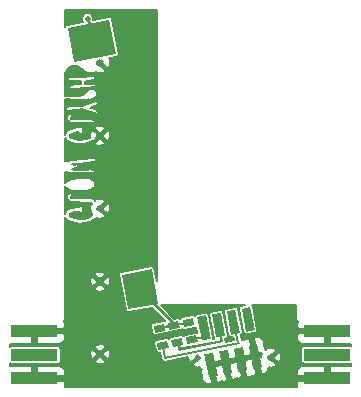
<source format=gbl>
G04 #@! TF.FileFunction,Copper,L2,Bot,Signal*
%FSLAX46Y46*%
G04 Gerber Fmt 4.6, Leading zero omitted, Abs format (unit mm)*
G04 Created by KiCad (PCBNEW 4.0.0-rc2-stable) date 3/3/2016 3:45:44 PM*
%MOMM*%
G01*
G04 APERTURE LIST*
%ADD10C,0.150000*%
%ADD11C,0.500000*%
%ADD12R,4.000000X1.000000*%
%ADD13C,0.600000*%
%ADD14C,0.254000*%
%ADD15C,0.152400*%
G04 APERTURE END LIST*
D10*
D11*
X69056620Y-48415880D03*
X62885614Y-48415880D03*
X54581395Y-48149170D03*
X54581395Y-41980764D03*
X54581395Y-35812357D03*
X54581395Y-29643951D03*
X54581395Y-23475542D03*
D12*
X73827440Y-50192207D03*
X73827440Y-48192207D03*
X73827440Y-46192207D03*
D13*
X72827440Y-50192207D03*
X72827440Y-48192207D03*
X72827440Y-46192207D03*
D12*
X49020840Y-46192207D03*
X49020840Y-48192207D03*
X49020840Y-50192207D03*
D13*
X50020840Y-46192207D03*
X50020840Y-48192207D03*
X50020840Y-50192207D03*
D10*
G36*
X56971429Y-44344856D02*
X56399002Y-41399975D01*
X58951233Y-40903872D01*
X59523660Y-43848753D01*
X56971429Y-44344856D01*
X56971429Y-44344856D01*
G37*
G36*
X52397304Y-23433439D02*
X51824877Y-20488557D01*
X55358734Y-19801645D01*
X55931161Y-22746527D01*
X52397304Y-23433439D01*
X52397304Y-23433439D01*
G37*
D11*
X53515482Y-19752451D03*
D10*
G36*
X63793650Y-50101976D02*
X63412032Y-48138721D01*
X64158068Y-47993706D01*
X64539686Y-49956961D01*
X63793650Y-50101976D01*
X63793650Y-50101976D01*
G37*
G36*
X65040317Y-49859649D02*
X64658699Y-47896394D01*
X65404735Y-47751379D01*
X65786353Y-49714634D01*
X65040317Y-49859649D01*
X65040317Y-49859649D01*
G37*
G36*
X66286983Y-49617322D02*
X65905365Y-47654067D01*
X66651401Y-47509052D01*
X67033019Y-49472307D01*
X66286983Y-49617322D01*
X66286983Y-49617322D01*
G37*
G36*
X67533650Y-49374995D02*
X67152032Y-47411740D01*
X67898068Y-47266725D01*
X68279686Y-49229980D01*
X67533650Y-49374995D01*
X67533650Y-49374995D01*
G37*
G36*
X63183062Y-46960769D02*
X62801444Y-44997514D01*
X63547480Y-44852499D01*
X63929098Y-46815754D01*
X63183062Y-46960769D01*
X63183062Y-46960769D01*
G37*
G36*
X64429729Y-46718442D02*
X64048111Y-44755187D01*
X64794147Y-44610172D01*
X65175765Y-46573427D01*
X64429729Y-46718442D01*
X64429729Y-46718442D01*
G37*
G36*
X65676395Y-46476115D02*
X65294777Y-44512860D01*
X66040813Y-44367845D01*
X66422431Y-46331100D01*
X65676395Y-46476115D01*
X65676395Y-46476115D01*
G37*
G36*
X66932878Y-46231879D02*
X66551260Y-44268625D01*
X67277664Y-44127427D01*
X67659282Y-46090681D01*
X66932878Y-46231879D01*
X66932878Y-46231879D01*
G37*
G36*
X61674170Y-45827864D02*
X61559685Y-45238888D01*
X62443150Y-45067160D01*
X62557635Y-45656136D01*
X61674170Y-45827864D01*
X61674170Y-45827864D01*
G37*
G36*
X61960384Y-47300305D02*
X61845899Y-46711329D01*
X62729364Y-46539601D01*
X62843849Y-47128577D01*
X61960384Y-47300305D01*
X61960384Y-47300305D01*
G37*
G36*
X60733350Y-47538816D02*
X60618865Y-46949840D01*
X61502330Y-46778112D01*
X61616815Y-47367088D01*
X60733350Y-47538816D01*
X60733350Y-47538816D01*
G37*
G36*
X60447136Y-46066375D02*
X60332651Y-45477399D01*
X61216116Y-45305671D01*
X61330601Y-45894647D01*
X60447136Y-46066375D01*
X60447136Y-46066375D01*
G37*
G36*
X59220102Y-46304886D02*
X59105617Y-45715910D01*
X59989082Y-45544182D01*
X60103567Y-46133158D01*
X59220102Y-46304886D01*
X59220102Y-46304886D01*
G37*
G36*
X59506316Y-47777327D02*
X59391831Y-47188351D01*
X60275296Y-47016623D01*
X60389781Y-47605599D01*
X59506316Y-47777327D01*
X59506316Y-47777327D01*
G37*
G36*
X62550740Y-46930873D02*
X62512578Y-46734547D01*
X63396042Y-46562819D01*
X63434204Y-46759145D01*
X62550740Y-46930873D01*
X62550740Y-46930873D01*
G37*
G36*
X61251406Y-47845603D02*
X61213244Y-47649277D01*
X64943428Y-46924203D01*
X64981590Y-47120529D01*
X61251406Y-47845603D01*
X61251406Y-47845603D01*
G37*
G36*
X60012073Y-48544928D02*
X59973912Y-48348602D01*
X66354489Y-47108344D01*
X66392650Y-47304670D01*
X60012073Y-48544928D01*
X60012073Y-48544928D01*
G37*
G36*
X61232325Y-47747440D02*
X61156002Y-47354789D01*
X61352327Y-47316628D01*
X61428650Y-47709279D01*
X61232325Y-47747440D01*
X61232325Y-47747440D01*
G37*
G36*
X64766183Y-47060528D02*
X64689860Y-46667877D01*
X64886185Y-46629716D01*
X64962508Y-47022367D01*
X64766183Y-47060528D01*
X64766183Y-47060528D01*
G37*
G36*
X66167703Y-47195587D02*
X66015056Y-46410285D01*
X66211381Y-46372123D01*
X66364028Y-47157425D01*
X66167703Y-47195587D01*
X66167703Y-47195587D01*
G37*
G36*
X59983452Y-48397683D02*
X59830805Y-47612381D01*
X60027130Y-47574219D01*
X60179777Y-48359521D01*
X59983452Y-48397683D01*
X59983452Y-48397683D01*
G37*
G36*
X59918162Y-45965455D02*
X59880000Y-45769129D01*
X61843254Y-45387511D01*
X61881416Y-45583837D01*
X59918162Y-45965455D01*
X59918162Y-45965455D01*
G37*
D14*
X53880000Y-21620000D02*
X53520000Y-19750000D01*
X53880000Y-21620000D02*
X53520000Y-19750000D01*
X53880000Y-21620000D02*
X53520000Y-19750000D01*
X53880000Y-21620000D02*
X53520000Y-19750000D01*
X53880000Y-21620000D02*
X53520000Y-19750000D01*
X53880000Y-21620000D02*
X53520000Y-19750000D01*
X53880000Y-21620000D02*
X53520000Y-19750000D01*
X53880000Y-21620000D02*
X53520000Y-19750000D01*
X53880000Y-21620000D02*
X53520000Y-19750000D01*
X57960000Y-42620000D02*
X60880000Y-45680000D01*
X57960000Y-42620000D02*
X60880000Y-45680000D01*
X57960000Y-42620000D02*
X60880000Y-45680000D01*
X57960000Y-42620000D02*
X60880000Y-45680000D01*
X57960000Y-42620000D02*
X60880000Y-45680000D01*
X57960000Y-42620000D02*
X60880000Y-45680000D01*
X57960000Y-42620000D02*
X60880000Y-45680000D01*
X57960000Y-42620000D02*
X60880000Y-45680000D01*
X57960000Y-42620000D02*
X60880000Y-45680000D01*
D15*
G36*
X59391400Y-41946808D02*
X59180029Y-40859399D01*
X59148217Y-40779283D01*
X59084226Y-40712461D01*
X58999278Y-40675800D01*
X58906760Y-40675076D01*
X56354529Y-41171179D01*
X56274413Y-41202991D01*
X56207591Y-41266982D01*
X56170930Y-41351930D01*
X56170206Y-41444448D01*
X56742633Y-44389329D01*
X56774445Y-44469445D01*
X56838436Y-44536267D01*
X56923384Y-44572928D01*
X57015902Y-44573652D01*
X58970240Y-44193767D01*
X60044109Y-45319123D01*
X60037127Y-45316110D01*
X59944609Y-45315386D01*
X59061144Y-45487114D01*
X58981028Y-45518926D01*
X58914206Y-45582917D01*
X58877545Y-45667865D01*
X58876821Y-45760383D01*
X58991306Y-46349359D01*
X59023118Y-46429475D01*
X59087109Y-46496297D01*
X59172057Y-46532958D01*
X59264575Y-46533682D01*
X60148040Y-46361954D01*
X60228156Y-46330142D01*
X60294978Y-46266151D01*
X60303420Y-46246589D01*
X60314143Y-46257786D01*
X60399091Y-46294447D01*
X60491609Y-46295171D01*
X61375074Y-46123443D01*
X61455190Y-46091631D01*
X61522012Y-46027640D01*
X61530454Y-46008078D01*
X61541177Y-46019275D01*
X61626125Y-46055936D01*
X61718643Y-46056660D01*
X62602108Y-45884932D01*
X62682224Y-45853120D01*
X62722769Y-45814293D01*
X62823269Y-46331321D01*
X62777409Y-46311529D01*
X62684891Y-46310805D01*
X61801426Y-46482533D01*
X61721310Y-46514345D01*
X61654488Y-46578336D01*
X61646046Y-46597898D01*
X61635323Y-46586701D01*
X61550375Y-46550040D01*
X61457857Y-46549316D01*
X60574392Y-46721044D01*
X60494276Y-46752856D01*
X60427454Y-46816847D01*
X60419012Y-46836409D01*
X60408289Y-46825212D01*
X60323341Y-46788551D01*
X60230823Y-46787827D01*
X59347358Y-46959555D01*
X59267242Y-46991367D01*
X59200420Y-47055358D01*
X59163759Y-47140306D01*
X59163035Y-47232824D01*
X59277520Y-47821800D01*
X59309332Y-47901916D01*
X59373323Y-47968738D01*
X59458271Y-48005399D01*
X59550789Y-48006123D01*
X59665563Y-47983813D01*
X59754656Y-48442156D01*
X59783277Y-48589400D01*
X59815089Y-48669517D01*
X59879080Y-48736339D01*
X59964028Y-48773000D01*
X60056546Y-48773724D01*
X62043421Y-48387515D01*
X62074218Y-48670951D01*
X62131508Y-48809261D01*
X62306978Y-48817739D01*
X62708837Y-48415880D01*
X62657360Y-48364403D01*
X62776802Y-48244960D01*
X62835336Y-48233582D01*
X62860738Y-48364262D01*
X62909843Y-48616886D01*
X62885614Y-48592657D01*
X62483755Y-48994516D01*
X62492233Y-49169986D01*
X62810761Y-49263124D01*
X63030812Y-49239214D01*
X63063300Y-49406354D01*
X63206666Y-49378486D01*
X63091167Y-49549719D01*
X63198010Y-50099376D01*
X63242356Y-50327515D01*
X63370631Y-50521318D01*
X63563307Y-50651280D01*
X63791050Y-50697615D01*
X63960238Y-50664728D01*
X64075737Y-50493494D01*
X63835251Y-49256300D01*
X63815619Y-49260116D01*
X63801689Y-49188449D01*
X64184318Y-49188449D01*
X64424804Y-50425642D01*
X64596038Y-50541141D01*
X64765227Y-50508255D01*
X64890502Y-50425337D01*
X65037717Y-50455288D01*
X65206905Y-50422401D01*
X65322404Y-50251167D01*
X65081918Y-49013973D01*
X64812904Y-49066264D01*
X64184318Y-49188449D01*
X63801689Y-49188449D01*
X63754585Y-48946122D01*
X65430985Y-48946122D01*
X65671471Y-50183315D01*
X65842705Y-50298814D01*
X66011894Y-50265928D01*
X66137169Y-50183010D01*
X66284383Y-50212961D01*
X66453571Y-50180074D01*
X66569070Y-50008840D01*
X66328584Y-48771646D01*
X66059570Y-48823937D01*
X65430985Y-48946122D01*
X63754585Y-48946122D01*
X63747767Y-48911049D01*
X63767400Y-48907233D01*
X63763584Y-48887601D01*
X64112651Y-48819749D01*
X64116467Y-48839382D01*
X64385481Y-48787091D01*
X64385482Y-48787091D01*
X64814001Y-48703795D01*
X66677651Y-48703795D01*
X66918137Y-49940988D01*
X67089371Y-50056487D01*
X67258560Y-50023601D01*
X67383835Y-49940683D01*
X67531050Y-49970634D01*
X67700238Y-49937747D01*
X67815737Y-49766513D01*
X67575251Y-48529319D01*
X67306237Y-48581610D01*
X66677651Y-48703795D01*
X64814001Y-48703795D01*
X65014067Y-48664906D01*
X65010251Y-48645274D01*
X65359318Y-48577422D01*
X65363134Y-48597055D01*
X65632148Y-48544764D01*
X66260733Y-48422579D01*
X66256917Y-48402947D01*
X66605984Y-48335095D01*
X66609800Y-48354728D01*
X66878814Y-48302437D01*
X66878815Y-48302437D01*
X67507400Y-48180252D01*
X67266914Y-46943059D01*
X67166320Y-46875207D01*
X67615981Y-46875207D01*
X67856467Y-48112401D01*
X68301522Y-48025891D01*
X68209376Y-48341027D01*
X68216296Y-48404713D01*
X67924318Y-48461468D01*
X68164804Y-49698661D01*
X68336038Y-49814160D01*
X68505227Y-49781274D01*
X68699029Y-49652998D01*
X68828991Y-49460322D01*
X68875326Y-49232578D01*
X68875207Y-49231966D01*
X68981767Y-49263124D01*
X69311691Y-49227276D01*
X69450001Y-49169986D01*
X69458479Y-48994516D01*
X69056620Y-48592657D01*
X69005143Y-48644135D01*
X68828366Y-48467358D01*
X68879843Y-48415880D01*
X69233397Y-48415880D01*
X69635256Y-48817739D01*
X69810726Y-48809261D01*
X69903864Y-48490733D01*
X69868016Y-48160809D01*
X69810726Y-48022499D01*
X69635256Y-48014021D01*
X69233397Y-48415880D01*
X68879843Y-48415880D01*
X68828366Y-48364403D01*
X69005143Y-48187626D01*
X69056620Y-48239103D01*
X69458479Y-47837244D01*
X69450001Y-47661774D01*
X69131473Y-47568636D01*
X68801549Y-47604484D01*
X68663239Y-47661774D01*
X68658203Y-47766013D01*
X68581976Y-47689786D01*
X68576502Y-47695260D01*
X68493708Y-47269325D01*
X68449362Y-47041186D01*
X68321087Y-46847383D01*
X68128411Y-46717421D01*
X67900668Y-46671086D01*
X67731480Y-46703973D01*
X67615981Y-46875207D01*
X67166320Y-46875207D01*
X67095680Y-46827560D01*
X66926491Y-46860446D01*
X66801216Y-46943364D01*
X66654001Y-46913413D01*
X66557677Y-46932137D01*
X66484001Y-46553107D01*
X66547020Y-46528084D01*
X66613842Y-46464093D01*
X66650503Y-46379145D01*
X66651227Y-46286627D01*
X66269609Y-44323372D01*
X66237797Y-44243256D01*
X66173805Y-44176434D01*
X66088858Y-44139773D01*
X65996340Y-44139049D01*
X65250304Y-44284064D01*
X65170188Y-44315876D01*
X65103366Y-44379867D01*
X65066705Y-44464815D01*
X65065981Y-44557333D01*
X65447599Y-46520588D01*
X65479411Y-46600704D01*
X65543403Y-46667526D01*
X65628350Y-46704187D01*
X65720868Y-46704911D01*
X65830734Y-46683555D01*
X65884893Y-46962183D01*
X65210251Y-47093321D01*
X65210386Y-47076056D01*
X65172224Y-46879730D01*
X65172222Y-46879725D01*
X65159454Y-46814038D01*
X65220238Y-46802223D01*
X65300354Y-46770411D01*
X65367176Y-46706420D01*
X65403837Y-46621472D01*
X65404561Y-46528954D01*
X65022943Y-44565699D01*
X64991131Y-44485583D01*
X64927139Y-44418761D01*
X64842192Y-44382100D01*
X64749674Y-44381376D01*
X64003638Y-44526391D01*
X63923522Y-44558203D01*
X63856700Y-44622194D01*
X63820039Y-44707142D01*
X63819315Y-44799660D01*
X64200933Y-46762915D01*
X64226063Y-46826204D01*
X64157360Y-46839558D01*
X64157894Y-46771281D01*
X63776276Y-44808026D01*
X63744464Y-44727910D01*
X63680472Y-44661088D01*
X63595525Y-44624427D01*
X63503007Y-44623703D01*
X62756971Y-44768718D01*
X62676855Y-44800530D01*
X62610033Y-44864521D01*
X62596164Y-44896656D01*
X62576143Y-44875749D01*
X62491195Y-44839088D01*
X62398677Y-44838364D01*
X61515212Y-45010092D01*
X61435096Y-45041904D01*
X61368274Y-45105895D01*
X61359832Y-45125457D01*
X61349109Y-45114260D01*
X61264161Y-45077599D01*
X61171643Y-45076875D01*
X60854769Y-45138469D01*
X59738424Y-43968600D01*
X66873230Y-43968600D01*
X66506787Y-44039829D01*
X66426671Y-44071641D01*
X66359849Y-44135632D01*
X66323188Y-44220580D01*
X66322464Y-44313098D01*
X66704082Y-46276352D01*
X66735894Y-46356468D01*
X66799885Y-46423290D01*
X66884833Y-46459951D01*
X66977351Y-46460675D01*
X67703755Y-46319477D01*
X67783871Y-46287665D01*
X67850693Y-46223674D01*
X67887354Y-46138726D01*
X67888078Y-46046208D01*
X67506460Y-44082954D01*
X67474648Y-44002838D01*
X67441861Y-43968600D01*
X71161400Y-43968600D01*
X71161400Y-45150000D01*
X71182607Y-45256616D01*
X71243000Y-45347000D01*
X71317481Y-45396767D01*
X71243240Y-45576002D01*
X71243240Y-45868357D01*
X71389290Y-46014407D01*
X71959520Y-46014407D01*
X71928028Y-46130540D01*
X71958822Y-46370007D01*
X71389290Y-46370007D01*
X71243240Y-46516057D01*
X71243240Y-46808412D01*
X71332179Y-47023130D01*
X71496518Y-47187468D01*
X71711236Y-47276407D01*
X73503590Y-47276407D01*
X73649640Y-47130357D01*
X73649640Y-46538605D01*
X73726852Y-46253874D01*
X73693486Y-45994407D01*
X74005240Y-45994407D01*
X74005240Y-46014407D01*
X74025240Y-46014407D01*
X74025240Y-46370007D01*
X74005240Y-46370007D01*
X74005240Y-47130357D01*
X74151290Y-47276407D01*
X75861400Y-47276407D01*
X75861400Y-47466006D01*
X75827440Y-47459129D01*
X71827440Y-47459129D01*
X71742726Y-47475069D01*
X71664922Y-47525135D01*
X71612725Y-47601527D01*
X71594362Y-47692207D01*
X71594362Y-48692207D01*
X71610302Y-48776921D01*
X71660368Y-48854725D01*
X71736760Y-48906922D01*
X71827440Y-48925285D01*
X75827440Y-48925285D01*
X75861400Y-48918895D01*
X75861400Y-49108007D01*
X74151290Y-49108007D01*
X74005240Y-49254057D01*
X74005240Y-50014407D01*
X74025240Y-50014407D01*
X74025240Y-50370007D01*
X74005240Y-50370007D01*
X74005240Y-50390007D01*
X73689936Y-50390007D01*
X73726852Y-50253874D01*
X73681987Y-49904990D01*
X73649640Y-49826897D01*
X73649640Y-49254057D01*
X73503590Y-49108007D01*
X71711236Y-49108007D01*
X71496518Y-49196946D01*
X71332179Y-49361284D01*
X71243240Y-49576002D01*
X71243240Y-49868357D01*
X71389290Y-50014407D01*
X71959520Y-50014407D01*
X71928028Y-50130540D01*
X71958822Y-50370007D01*
X71389290Y-50370007D01*
X71243240Y-50516057D01*
X71243240Y-50808412D01*
X71273473Y-50881400D01*
X51574807Y-50881400D01*
X51605040Y-50808412D01*
X51605040Y-50516057D01*
X51458990Y-50370007D01*
X50888760Y-50370007D01*
X50920252Y-50253874D01*
X50889458Y-50014407D01*
X51458990Y-50014407D01*
X51605040Y-49868357D01*
X51605040Y-49576002D01*
X51516101Y-49361284D01*
X51351762Y-49196946D01*
X51137044Y-49108007D01*
X49344690Y-49108007D01*
X49198640Y-49254057D01*
X49198640Y-49845809D01*
X49121428Y-50130540D01*
X49154794Y-50390007D01*
X48843040Y-50390007D01*
X48843040Y-50370007D01*
X48823040Y-50370007D01*
X48823040Y-50014407D01*
X48843040Y-50014407D01*
X48843040Y-49254057D01*
X48696990Y-49108007D01*
X46908600Y-49108007D01*
X46908600Y-48892191D01*
X46930160Y-48906922D01*
X47020840Y-48925285D01*
X51020840Y-48925285D01*
X51105554Y-48909345D01*
X51183358Y-48859279D01*
X51235555Y-48782887D01*
X51246709Y-48727806D01*
X54179536Y-48727806D01*
X54188014Y-48903276D01*
X54506542Y-48996414D01*
X54836466Y-48960566D01*
X54974776Y-48903276D01*
X54983254Y-48727806D01*
X54581395Y-48325947D01*
X54179536Y-48727806D01*
X51246709Y-48727806D01*
X51253918Y-48692207D01*
X51253918Y-48074317D01*
X53734151Y-48074317D01*
X53769999Y-48404241D01*
X53827289Y-48542551D01*
X54002759Y-48551029D01*
X54404618Y-48149170D01*
X54758172Y-48149170D01*
X55160031Y-48551029D01*
X55335501Y-48542551D01*
X55428639Y-48224023D01*
X55392791Y-47894099D01*
X55335501Y-47755789D01*
X55160031Y-47747311D01*
X54758172Y-48149170D01*
X54404618Y-48149170D01*
X54002759Y-47747311D01*
X53827289Y-47755789D01*
X53734151Y-48074317D01*
X51253918Y-48074317D01*
X51253918Y-47692207D01*
X51237978Y-47607493D01*
X51214196Y-47570534D01*
X54179536Y-47570534D01*
X54581395Y-47972393D01*
X54983254Y-47570534D01*
X54974776Y-47395064D01*
X54656248Y-47301926D01*
X54326324Y-47337774D01*
X54188014Y-47395064D01*
X54179536Y-47570534D01*
X51214196Y-47570534D01*
X51187912Y-47529689D01*
X51111520Y-47477492D01*
X51020840Y-47459129D01*
X47020840Y-47459129D01*
X46936126Y-47475069D01*
X46908600Y-47492782D01*
X46908600Y-47276407D01*
X48696990Y-47276407D01*
X48843040Y-47130357D01*
X48843040Y-46370007D01*
X48823040Y-46370007D01*
X48823040Y-46014407D01*
X48843040Y-46014407D01*
X48843040Y-45994407D01*
X49158344Y-45994407D01*
X49121428Y-46130540D01*
X49166293Y-46479424D01*
X49198640Y-46557517D01*
X49198640Y-47130357D01*
X49344690Y-47276407D01*
X51137044Y-47276407D01*
X51351762Y-47187468D01*
X51516101Y-47023130D01*
X51605040Y-46808412D01*
X51605040Y-46516057D01*
X51458990Y-46370007D01*
X50888760Y-46370007D01*
X50920252Y-46253874D01*
X50889458Y-46014407D01*
X51458990Y-46014407D01*
X51605040Y-45868357D01*
X51605040Y-45576002D01*
X51516101Y-45361284D01*
X51511904Y-45357087D01*
X51527000Y-45347000D01*
X51587393Y-45256616D01*
X51608600Y-45150000D01*
X51608600Y-42559400D01*
X54179536Y-42559400D01*
X54188014Y-42734870D01*
X54506542Y-42828008D01*
X54836466Y-42792160D01*
X54974776Y-42734870D01*
X54983254Y-42559400D01*
X54581395Y-42157541D01*
X54179536Y-42559400D01*
X51608600Y-42559400D01*
X51608600Y-41905911D01*
X53734151Y-41905911D01*
X53769999Y-42235835D01*
X53827289Y-42374145D01*
X54002759Y-42382623D01*
X54404618Y-41980764D01*
X54758172Y-41980764D01*
X55160031Y-42382623D01*
X55335501Y-42374145D01*
X55428639Y-42055617D01*
X55392791Y-41725693D01*
X55335501Y-41587383D01*
X55160031Y-41578905D01*
X54758172Y-41980764D01*
X54404618Y-41980764D01*
X54002759Y-41578905D01*
X53827289Y-41587383D01*
X53734151Y-41905911D01*
X51608600Y-41905911D01*
X51608600Y-41402128D01*
X54179536Y-41402128D01*
X54581395Y-41803987D01*
X54983254Y-41402128D01*
X54974776Y-41226658D01*
X54656248Y-41133520D01*
X54326324Y-41169368D01*
X54188014Y-41226658D01*
X54179536Y-41402128D01*
X51608600Y-41402128D01*
X51608600Y-36538718D01*
X51618655Y-36565202D01*
X51758655Y-36755202D01*
X51784992Y-36777682D01*
X52074992Y-36927682D01*
X52092740Y-36934219D01*
X52522740Y-37034219D01*
X52528833Y-37035377D01*
X52798833Y-37075377D01*
X52810000Y-37076200D01*
X52840000Y-37076200D01*
X52848652Y-37075707D01*
X53198652Y-37035707D01*
X53207835Y-37034083D01*
X53747835Y-36904083D01*
X53767006Y-36896611D01*
X54127006Y-36696611D01*
X54153402Y-36672268D01*
X54218078Y-36575254D01*
X54506542Y-36659601D01*
X54836466Y-36623753D01*
X54974776Y-36566463D01*
X54983254Y-36390993D01*
X54581395Y-35989134D01*
X54529918Y-36040612D01*
X54353141Y-35863835D01*
X54404618Y-35812357D01*
X54758172Y-35812357D01*
X55160031Y-36214216D01*
X55335501Y-36205738D01*
X55428639Y-35887210D01*
X55392791Y-35557286D01*
X55335501Y-35418976D01*
X55160031Y-35410498D01*
X54758172Y-35812357D01*
X54404618Y-35812357D01*
X54353141Y-35760880D01*
X54529918Y-35584103D01*
X54581395Y-35635580D01*
X54983254Y-35233721D01*
X54974776Y-35058251D01*
X54656248Y-34965113D01*
X54326324Y-35000961D01*
X54188014Y-35058251D01*
X54182978Y-35162490D01*
X54120726Y-35100238D01*
X54115341Y-35080795D01*
X54085341Y-35030795D01*
X54060445Y-35005420D01*
X54032134Y-34994772D01*
X53722134Y-34944772D01*
X53712720Y-34943849D01*
X53432720Y-34933849D01*
X53430000Y-34933800D01*
X52433265Y-34933800D01*
X52156200Y-34910052D01*
X52156200Y-34886058D01*
X52195243Y-34642039D01*
X52194173Y-34612542D01*
X52181537Y-34585060D01*
X52159205Y-34564659D01*
X52059205Y-34504659D01*
X52045093Y-34498050D01*
X52015123Y-34493956D01*
X51985922Y-34501845D01*
X51905922Y-34541845D01*
X51890472Y-34552091D01*
X51871845Y-34575922D01*
X51771845Y-34775922D01*
X51764322Y-34818903D01*
X51784322Y-34988903D01*
X51789401Y-35008673D01*
X51806118Y-35033882D01*
X51996118Y-35223882D01*
X52016283Y-35238335D01*
X52045525Y-35246069D01*
X52215181Y-35256049D01*
X52644697Y-35286015D01*
X52648476Y-35286185D01*
X53148476Y-35296185D01*
X53150000Y-35296200D01*
X53896814Y-35296200D01*
X53855301Y-35337713D01*
X53931528Y-35413940D01*
X53827289Y-35418976D01*
X53734151Y-35737504D01*
X53769999Y-36067428D01*
X53827289Y-36205738D01*
X53931528Y-36210774D01*
X53855301Y-36287001D01*
X53935439Y-36367139D01*
X53922745Y-36387691D01*
X53745122Y-36520909D01*
X53267579Y-36664171D01*
X52978721Y-36673800D01*
X52844111Y-36673800D01*
X52484384Y-36634911D01*
X52140767Y-36539461D01*
X52035774Y-36474851D01*
X52026200Y-36458893D01*
X52026200Y-36297913D01*
X52104367Y-36205533D01*
X52464910Y-36085352D01*
X52742619Y-36066200D01*
X52778436Y-36066200D01*
X52896118Y-36183882D01*
X52920354Y-36200197D01*
X52950000Y-36206200D01*
X52980000Y-36206200D01*
X52994944Y-36204720D01*
X53044944Y-36194720D01*
X53076965Y-36180006D01*
X53096611Y-36157006D01*
X53146611Y-36067006D01*
X53156200Y-36030000D01*
X53156200Y-35780000D01*
X53144287Y-35739090D01*
X53074287Y-35629090D01*
X53060323Y-35612781D01*
X53034097Y-35597710D01*
X52974097Y-35577710D01*
X52956967Y-35574119D01*
X52926896Y-35577387D01*
X52712188Y-35645703D01*
X52107673Y-35744804D01*
X52087239Y-35751202D01*
X51877239Y-35851202D01*
X51849292Y-35873946D01*
X51629292Y-36163946D01*
X51614178Y-36202418D01*
X51608600Y-36258198D01*
X51608600Y-33919697D01*
X51619602Y-33946460D01*
X51719602Y-34076460D01*
X51745922Y-34098155D01*
X51845922Y-34148155D01*
X51877895Y-34156171D01*
X51907695Y-34150989D01*
X51926120Y-34139133D01*
X51933034Y-34166359D01*
X51952456Y-34189548D01*
X51979369Y-34203354D01*
X52299369Y-34293354D01*
X52312265Y-34295806D01*
X52802265Y-34345806D01*
X52813240Y-34346131D01*
X53283240Y-34326131D01*
X53299540Y-34323652D01*
X53789540Y-34193652D01*
X53812268Y-34183402D01*
X54022268Y-34043402D01*
X54040149Y-34026782D01*
X54110149Y-33936782D01*
X54120197Y-33919646D01*
X54126200Y-33890000D01*
X54126200Y-33650000D01*
X54122731Y-33627271D01*
X54072731Y-33467271D01*
X54047945Y-33430774D01*
X53837945Y-33260774D01*
X53800071Y-33244468D01*
X53650071Y-33224468D01*
X53640000Y-33223800D01*
X53080000Y-33223800D01*
X53077280Y-33223849D01*
X52797280Y-33233849D01*
X52791939Y-33234228D01*
X52321939Y-33284228D01*
X52309606Y-33286580D01*
X51949606Y-33386580D01*
X51926485Y-33397447D01*
X51696485Y-33557447D01*
X51677575Y-33576302D01*
X51608600Y-33674838D01*
X51608600Y-32694197D01*
X52023813Y-32784461D01*
X52034265Y-32785984D01*
X52564265Y-32825984D01*
X52570000Y-32826200D01*
X53700000Y-32826200D01*
X53708652Y-32825707D01*
X54058652Y-32785707D01*
X54077695Y-32780989D01*
X54103132Y-32764621D01*
X54120197Y-32739646D01*
X54126200Y-32710000D01*
X54126200Y-32610000D01*
X54123205Y-32588845D01*
X54109207Y-32562031D01*
X54085880Y-32542776D01*
X54056899Y-32534113D01*
X53961217Y-32525415D01*
X53914078Y-32501845D01*
X53875773Y-32493917D01*
X53336830Y-32523858D01*
X52978928Y-32533800D01*
X52911777Y-32533800D01*
X52486041Y-32513998D01*
X52165954Y-32477932D01*
X52187399Y-32475840D01*
X52194944Y-32474720D01*
X52644944Y-32384720D01*
X52666295Y-32377001D01*
X52689502Y-32357602D01*
X52729502Y-32307602D01*
X52740197Y-32289646D01*
X52746200Y-32260000D01*
X52746200Y-32230000D01*
X52740750Y-32201700D01*
X52720750Y-32151700D01*
X52704364Y-32126606D01*
X52679308Y-32109662D01*
X52559308Y-32059662D01*
X52530000Y-32053800D01*
X52490000Y-32053800D01*
X52455922Y-32061845D01*
X52417288Y-32081162D01*
X52224597Y-32053236D01*
X52866777Y-31995898D01*
X52869224Y-31995640D01*
X54099224Y-31845640D01*
X54129205Y-31835341D01*
X54229205Y-31775341D01*
X54243132Y-31764621D01*
X54260197Y-31739646D01*
X54266200Y-31710000D01*
X54266200Y-31640000D01*
X54260750Y-31611700D01*
X54240750Y-31561700D01*
X54212837Y-31526981D01*
X54184944Y-31515280D01*
X54134944Y-31505280D01*
X54113157Y-31504108D01*
X52893157Y-31614108D01*
X52889517Y-31614524D01*
X51809517Y-31764524D01*
X51802047Y-31765945D01*
X51608600Y-31812841D01*
X51608600Y-29828718D01*
X51618655Y-29855202D01*
X51758655Y-30045202D01*
X51786872Y-30068622D01*
X52076872Y-30208622D01*
X52091115Y-30213823D01*
X52521115Y-30323823D01*
X52531585Y-30325734D01*
X52801585Y-30355734D01*
X52810000Y-30356200D01*
X52840000Y-30356200D01*
X52848652Y-30355707D01*
X53198652Y-30315707D01*
X53207835Y-30314083D01*
X53587895Y-30222587D01*
X54179536Y-30222587D01*
X54188014Y-30398057D01*
X54506542Y-30491195D01*
X54836466Y-30455347D01*
X54974776Y-30398057D01*
X54983254Y-30222587D01*
X54581395Y-29820728D01*
X54179536Y-30222587D01*
X53587895Y-30222587D01*
X53747835Y-30184083D01*
X53765567Y-30177390D01*
X54125567Y-29987390D01*
X54153402Y-29962268D01*
X54287604Y-29760965D01*
X54404618Y-29643951D01*
X54758172Y-29643951D01*
X55160031Y-30045810D01*
X55335501Y-30037332D01*
X55428639Y-29718804D01*
X55392791Y-29388880D01*
X55335501Y-29250570D01*
X55160031Y-29242092D01*
X54758172Y-29643951D01*
X54404618Y-29643951D01*
X54353890Y-29593223D01*
X54365612Y-29499451D01*
X54360750Y-29461700D01*
X54340750Y-29411700D01*
X54315720Y-29379040D01*
X54235720Y-29319040D01*
X54202775Y-29304878D01*
X54172542Y-29305827D01*
X54145060Y-29318463D01*
X54124659Y-29340795D01*
X54115960Y-29355293D01*
X54002759Y-29242092D01*
X53827289Y-29250570D01*
X53734151Y-29569098D01*
X53758383Y-29792118D01*
X53745771Y-29800947D01*
X53266870Y-29954195D01*
X52978721Y-29963800D01*
X52844111Y-29963800D01*
X52484384Y-29924911D01*
X52142794Y-29830024D01*
X52036886Y-29756704D01*
X52026200Y-29738893D01*
X52026200Y-29587913D01*
X52104974Y-29494816D01*
X52464531Y-29365744D01*
X52741321Y-29356200D01*
X52778436Y-29356200D01*
X52896118Y-29473882D01*
X52920354Y-29490197D01*
X52950000Y-29496200D01*
X52980000Y-29496200D01*
X53008300Y-29490750D01*
X53058300Y-29470750D01*
X53073814Y-29462344D01*
X53094617Y-29440386D01*
X53144617Y-29360386D01*
X53156200Y-29320000D01*
X53156200Y-29065315D01*
X54179536Y-29065315D01*
X54581395Y-29467174D01*
X54983254Y-29065315D01*
X54974776Y-28889845D01*
X54656248Y-28796707D01*
X54326324Y-28832555D01*
X54188014Y-28889845D01*
X54179536Y-29065315D01*
X53156200Y-29065315D01*
X53156200Y-29060000D01*
X53154508Y-29044032D01*
X53142425Y-29016302D01*
X53072425Y-28916302D01*
X53060323Y-28902781D01*
X53034097Y-28887710D01*
X52974097Y-28867710D01*
X52956967Y-28864119D01*
X52926896Y-28867387D01*
X52712188Y-28935703D01*
X52107673Y-29034804D01*
X52087239Y-29041202D01*
X51877239Y-29141202D01*
X51849292Y-29163946D01*
X51629292Y-29453946D01*
X51614178Y-29492418D01*
X51608600Y-29548198D01*
X51608600Y-28098415D01*
X51764266Y-28098415D01*
X51784266Y-28278415D01*
X51790201Y-28300570D01*
X51807594Y-28325318D01*
X51997594Y-28505318D01*
X52012355Y-28516252D01*
X52041097Y-28525678D01*
X52211097Y-28545678D01*
X52214697Y-28546015D01*
X52644697Y-28576015D01*
X52648476Y-28576185D01*
X53148476Y-28586185D01*
X53150000Y-28586200D01*
X53980000Y-28586200D01*
X54004097Y-28582290D01*
X54064097Y-28562290D01*
X54081388Y-28553980D01*
X54103019Y-28532837D01*
X54114720Y-28504944D01*
X54124720Y-28454944D01*
X54126200Y-28440000D01*
X54126200Y-28400000D01*
X54115341Y-28360795D01*
X54085341Y-28310795D01*
X54060445Y-28285420D01*
X54032134Y-28274772D01*
X53722134Y-28224772D01*
X53710000Y-28223800D01*
X52434338Y-28223800D01*
X52156200Y-28192013D01*
X52156200Y-28166305D01*
X52195163Y-27932527D01*
X52195216Y-27907795D01*
X52184542Y-27879494D01*
X52163698Y-27857575D01*
X52063698Y-27787575D01*
X52045093Y-27778050D01*
X52015123Y-27773956D01*
X51985922Y-27781845D01*
X51905922Y-27821845D01*
X51890472Y-27832091D01*
X51871845Y-27855922D01*
X51771845Y-28055922D01*
X51764266Y-28098415D01*
X51608600Y-28098415D01*
X51608600Y-27270000D01*
X51663800Y-27270000D01*
X51663800Y-27370000D01*
X51669961Y-27400017D01*
X51699961Y-27470017D01*
X51720577Y-27497998D01*
X51747036Y-27512657D01*
X51777113Y-27515867D01*
X52735360Y-27426031D01*
X53119953Y-27407717D01*
X53146118Y-27433882D01*
X53176726Y-27452559D01*
X53706726Y-27622559D01*
X53710460Y-27623652D01*
X54200460Y-27753652D01*
X54220000Y-27756200D01*
X54290000Y-27756200D01*
X54317695Y-27750989D01*
X54343132Y-27734621D01*
X54360197Y-27709646D01*
X54366200Y-27680000D01*
X54366200Y-27610000D01*
X54355341Y-27570795D01*
X54325341Y-27520795D01*
X54313596Y-27505834D01*
X54288300Y-27489250D01*
X53888300Y-27329250D01*
X53880394Y-27326580D01*
X53696267Y-27275433D01*
X53887618Y-27201019D01*
X53892039Y-27199137D01*
X54302039Y-27009137D01*
X54323882Y-26993882D01*
X54373882Y-26943882D01*
X54394647Y-26905304D01*
X54394720Y-26875056D01*
X54384720Y-26825056D01*
X54373605Y-26798038D01*
X54352268Y-26776598D01*
X54262268Y-26716598D01*
X54220602Y-26703802D01*
X54190910Y-26709571D01*
X53734306Y-26898168D01*
X53057045Y-27104291D01*
X52837316Y-27113845D01*
X52117884Y-27133829D01*
X52108116Y-27134732D01*
X51728116Y-27194732D01*
X51712305Y-27199011D01*
X51686868Y-27215379D01*
X51669803Y-27240354D01*
X51663800Y-27270000D01*
X51608600Y-27270000D01*
X51608600Y-26523144D01*
X51612437Y-26529929D01*
X51636398Y-26548391D01*
X51665653Y-26556076D01*
X52363452Y-26595950D01*
X52621266Y-26625698D01*
X52660017Y-26620039D01*
X52690834Y-26606832D01*
X52695444Y-26611816D01*
X52723004Y-26624280D01*
X52753242Y-26625041D01*
X52916674Y-26596200D01*
X53480000Y-26596200D01*
X53494944Y-26594720D01*
X53544944Y-26584720D01*
X53583132Y-26564621D01*
X53589912Y-26554698D01*
X53603442Y-26570323D01*
X53630579Y-26583684D01*
X53660776Y-26585434D01*
X53940776Y-26545434D01*
X53972268Y-26533402D01*
X54212268Y-26373402D01*
X54237235Y-26345859D01*
X54317235Y-26195859D01*
X54325734Y-26168415D01*
X54335734Y-26078415D01*
X54335163Y-26057473D01*
X54325163Y-25997473D01*
X54316896Y-25973511D01*
X54256896Y-25863511D01*
X54226722Y-25833232D01*
X54026722Y-25723232D01*
X54000296Y-25714499D01*
X53780296Y-25684499D01*
X53759929Y-25684468D01*
X53609929Y-25704468D01*
X53592663Y-25708872D01*
X53567145Y-25725112D01*
X53297145Y-25985112D01*
X53282998Y-26003707D01*
X53172813Y-26207125D01*
X53063971Y-26215288D01*
X52814301Y-26234013D01*
X52785922Y-26241845D01*
X52730598Y-26269507D01*
X52587453Y-26235826D01*
X52570000Y-26233800D01*
X51740000Y-26233800D01*
X51727473Y-26234837D01*
X51667473Y-26244837D01*
X51636570Y-26257388D01*
X51615632Y-26279217D01*
X51608600Y-26297623D01*
X51608600Y-24800000D01*
X51873800Y-24800000D01*
X51873800Y-24860000D01*
X51874837Y-24872527D01*
X51884837Y-24932527D01*
X51897388Y-24963430D01*
X51919217Y-24984368D01*
X51947473Y-24995163D01*
X52007473Y-25005163D01*
X52022539Y-25006158D01*
X52622125Y-24986172D01*
X52993444Y-24978100D01*
X52974388Y-25130549D01*
X52973800Y-25140000D01*
X52973800Y-25277041D01*
X52586690Y-25293872D01*
X52579435Y-25294536D01*
X52079435Y-25364536D01*
X52053705Y-25372999D01*
X52030498Y-25392398D01*
X51990498Y-25442398D01*
X51979803Y-25460354D01*
X51973800Y-25490000D01*
X51973800Y-25550000D01*
X51977710Y-25574097D01*
X51997710Y-25634097D01*
X52009211Y-25655947D01*
X52031876Y-25675977D01*
X52060549Y-25685612D01*
X52140549Y-25695612D01*
X52154959Y-25696038D01*
X53534959Y-25606038D01*
X53540239Y-25605509D01*
X54130239Y-25525509D01*
X54147320Y-25521134D01*
X54172843Y-25504901D01*
X54190039Y-25480017D01*
X54220039Y-25410017D01*
X54226200Y-25380000D01*
X54226200Y-25350000D01*
X54215338Y-25310791D01*
X54194936Y-25288460D01*
X54167453Y-25275826D01*
X53997453Y-25235826D01*
X53980000Y-25233800D01*
X53600000Y-25233800D01*
X53591097Y-25234322D01*
X53336200Y-25264310D01*
X53336200Y-25102367D01*
X53375174Y-24985444D01*
X53388005Y-24975180D01*
X53622929Y-24966144D01*
X53629856Y-24965560D01*
X54089856Y-24905560D01*
X54107695Y-24900989D01*
X54133132Y-24884621D01*
X54150197Y-24859646D01*
X54156200Y-24830000D01*
X54156200Y-24690000D01*
X54150268Y-24660524D01*
X54133264Y-24635508D01*
X54107868Y-24619079D01*
X54078080Y-24613824D01*
X52888565Y-24643812D01*
X52119472Y-24653800D01*
X52020000Y-24653800D01*
X52007473Y-24654837D01*
X51947473Y-24664837D01*
X51916570Y-24677388D01*
X51895632Y-24699217D01*
X51884837Y-24727473D01*
X51874837Y-24787473D01*
X51873800Y-24800000D01*
X51608600Y-24800000D01*
X51608600Y-24236200D01*
X51670000Y-24236200D01*
X51711962Y-24223605D01*
X51733402Y-24202268D01*
X51887356Y-23971337D01*
X52119363Y-23776452D01*
X52274295Y-23716200D01*
X52495779Y-23716200D01*
X52654476Y-23733833D01*
X53133963Y-24031115D01*
X53448830Y-24316463D01*
X53486758Y-24335041D01*
X53656758Y-24365041D01*
X53670000Y-24366200D01*
X53880000Y-24366200D01*
X53901896Y-24362986D01*
X54101896Y-24302986D01*
X54133882Y-24283882D01*
X54188093Y-24229671D01*
X54506542Y-24322786D01*
X54836466Y-24286938D01*
X54974776Y-24229648D01*
X54983254Y-24054178D01*
X54581395Y-23652319D01*
X54529918Y-23703797D01*
X54353141Y-23527020D01*
X54404618Y-23475542D01*
X54353141Y-23424065D01*
X54518679Y-23258526D01*
X54537498Y-23254868D01*
X54581395Y-23298765D01*
X54632873Y-23247288D01*
X54809650Y-23424065D01*
X54758172Y-23475542D01*
X55160031Y-23877401D01*
X55335501Y-23868923D01*
X55428639Y-23550395D01*
X55392791Y-23220471D01*
X55342245Y-23098441D01*
X55975634Y-22975323D01*
X56055750Y-22943511D01*
X56122572Y-22879520D01*
X56159233Y-22794572D01*
X56159957Y-22702054D01*
X55587530Y-19757172D01*
X55555718Y-19677056D01*
X55491727Y-19610234D01*
X55406779Y-19573573D01*
X55314261Y-19572849D01*
X53994014Y-19829479D01*
X53994165Y-19657669D01*
X53921456Y-19481700D01*
X53786941Y-19346951D01*
X53611099Y-19273935D01*
X53420700Y-19273768D01*
X53244731Y-19346477D01*
X53109982Y-19480992D01*
X53036966Y-19656834D01*
X53036799Y-19847233D01*
X53101173Y-20003030D01*
X51780404Y-20259761D01*
X51700288Y-20291573D01*
X51633466Y-20355564D01*
X51608600Y-20413182D01*
X51608600Y-18998600D01*
X59391400Y-18998600D01*
X59391400Y-41946808D01*
X59391400Y-41946808D01*
G37*
X59391400Y-41946808D02*
X59180029Y-40859399D01*
X59148217Y-40779283D01*
X59084226Y-40712461D01*
X58999278Y-40675800D01*
X58906760Y-40675076D01*
X56354529Y-41171179D01*
X56274413Y-41202991D01*
X56207591Y-41266982D01*
X56170930Y-41351930D01*
X56170206Y-41444448D01*
X56742633Y-44389329D01*
X56774445Y-44469445D01*
X56838436Y-44536267D01*
X56923384Y-44572928D01*
X57015902Y-44573652D01*
X58970240Y-44193767D01*
X60044109Y-45319123D01*
X60037127Y-45316110D01*
X59944609Y-45315386D01*
X59061144Y-45487114D01*
X58981028Y-45518926D01*
X58914206Y-45582917D01*
X58877545Y-45667865D01*
X58876821Y-45760383D01*
X58991306Y-46349359D01*
X59023118Y-46429475D01*
X59087109Y-46496297D01*
X59172057Y-46532958D01*
X59264575Y-46533682D01*
X60148040Y-46361954D01*
X60228156Y-46330142D01*
X60294978Y-46266151D01*
X60303420Y-46246589D01*
X60314143Y-46257786D01*
X60399091Y-46294447D01*
X60491609Y-46295171D01*
X61375074Y-46123443D01*
X61455190Y-46091631D01*
X61522012Y-46027640D01*
X61530454Y-46008078D01*
X61541177Y-46019275D01*
X61626125Y-46055936D01*
X61718643Y-46056660D01*
X62602108Y-45884932D01*
X62682224Y-45853120D01*
X62722769Y-45814293D01*
X62823269Y-46331321D01*
X62777409Y-46311529D01*
X62684891Y-46310805D01*
X61801426Y-46482533D01*
X61721310Y-46514345D01*
X61654488Y-46578336D01*
X61646046Y-46597898D01*
X61635323Y-46586701D01*
X61550375Y-46550040D01*
X61457857Y-46549316D01*
X60574392Y-46721044D01*
X60494276Y-46752856D01*
X60427454Y-46816847D01*
X60419012Y-46836409D01*
X60408289Y-46825212D01*
X60323341Y-46788551D01*
X60230823Y-46787827D01*
X59347358Y-46959555D01*
X59267242Y-46991367D01*
X59200420Y-47055358D01*
X59163759Y-47140306D01*
X59163035Y-47232824D01*
X59277520Y-47821800D01*
X59309332Y-47901916D01*
X59373323Y-47968738D01*
X59458271Y-48005399D01*
X59550789Y-48006123D01*
X59665563Y-47983813D01*
X59754656Y-48442156D01*
X59783277Y-48589400D01*
X59815089Y-48669517D01*
X59879080Y-48736339D01*
X59964028Y-48773000D01*
X60056546Y-48773724D01*
X62043421Y-48387515D01*
X62074218Y-48670951D01*
X62131508Y-48809261D01*
X62306978Y-48817739D01*
X62708837Y-48415880D01*
X62657360Y-48364403D01*
X62776802Y-48244960D01*
X62835336Y-48233582D01*
X62860738Y-48364262D01*
X62909843Y-48616886D01*
X62885614Y-48592657D01*
X62483755Y-48994516D01*
X62492233Y-49169986D01*
X62810761Y-49263124D01*
X63030812Y-49239214D01*
X63063300Y-49406354D01*
X63206666Y-49378486D01*
X63091167Y-49549719D01*
X63198010Y-50099376D01*
X63242356Y-50327515D01*
X63370631Y-50521318D01*
X63563307Y-50651280D01*
X63791050Y-50697615D01*
X63960238Y-50664728D01*
X64075737Y-50493494D01*
X63835251Y-49256300D01*
X63815619Y-49260116D01*
X63801689Y-49188449D01*
X64184318Y-49188449D01*
X64424804Y-50425642D01*
X64596038Y-50541141D01*
X64765227Y-50508255D01*
X64890502Y-50425337D01*
X65037717Y-50455288D01*
X65206905Y-50422401D01*
X65322404Y-50251167D01*
X65081918Y-49013973D01*
X64812904Y-49066264D01*
X64184318Y-49188449D01*
X63801689Y-49188449D01*
X63754585Y-48946122D01*
X65430985Y-48946122D01*
X65671471Y-50183315D01*
X65842705Y-50298814D01*
X66011894Y-50265928D01*
X66137169Y-50183010D01*
X66284383Y-50212961D01*
X66453571Y-50180074D01*
X66569070Y-50008840D01*
X66328584Y-48771646D01*
X66059570Y-48823937D01*
X65430985Y-48946122D01*
X63754585Y-48946122D01*
X63747767Y-48911049D01*
X63767400Y-48907233D01*
X63763584Y-48887601D01*
X64112651Y-48819749D01*
X64116467Y-48839382D01*
X64385481Y-48787091D01*
X64385482Y-48787091D01*
X64814001Y-48703795D01*
X66677651Y-48703795D01*
X66918137Y-49940988D01*
X67089371Y-50056487D01*
X67258560Y-50023601D01*
X67383835Y-49940683D01*
X67531050Y-49970634D01*
X67700238Y-49937747D01*
X67815737Y-49766513D01*
X67575251Y-48529319D01*
X67306237Y-48581610D01*
X66677651Y-48703795D01*
X64814001Y-48703795D01*
X65014067Y-48664906D01*
X65010251Y-48645274D01*
X65359318Y-48577422D01*
X65363134Y-48597055D01*
X65632148Y-48544764D01*
X66260733Y-48422579D01*
X66256917Y-48402947D01*
X66605984Y-48335095D01*
X66609800Y-48354728D01*
X66878814Y-48302437D01*
X66878815Y-48302437D01*
X67507400Y-48180252D01*
X67266914Y-46943059D01*
X67166320Y-46875207D01*
X67615981Y-46875207D01*
X67856467Y-48112401D01*
X68301522Y-48025891D01*
X68209376Y-48341027D01*
X68216296Y-48404713D01*
X67924318Y-48461468D01*
X68164804Y-49698661D01*
X68336038Y-49814160D01*
X68505227Y-49781274D01*
X68699029Y-49652998D01*
X68828991Y-49460322D01*
X68875326Y-49232578D01*
X68875207Y-49231966D01*
X68981767Y-49263124D01*
X69311691Y-49227276D01*
X69450001Y-49169986D01*
X69458479Y-48994516D01*
X69056620Y-48592657D01*
X69005143Y-48644135D01*
X68828366Y-48467358D01*
X68879843Y-48415880D01*
X69233397Y-48415880D01*
X69635256Y-48817739D01*
X69810726Y-48809261D01*
X69903864Y-48490733D01*
X69868016Y-48160809D01*
X69810726Y-48022499D01*
X69635256Y-48014021D01*
X69233397Y-48415880D01*
X68879843Y-48415880D01*
X68828366Y-48364403D01*
X69005143Y-48187626D01*
X69056620Y-48239103D01*
X69458479Y-47837244D01*
X69450001Y-47661774D01*
X69131473Y-47568636D01*
X68801549Y-47604484D01*
X68663239Y-47661774D01*
X68658203Y-47766013D01*
X68581976Y-47689786D01*
X68576502Y-47695260D01*
X68493708Y-47269325D01*
X68449362Y-47041186D01*
X68321087Y-46847383D01*
X68128411Y-46717421D01*
X67900668Y-46671086D01*
X67731480Y-46703973D01*
X67615981Y-46875207D01*
X67166320Y-46875207D01*
X67095680Y-46827560D01*
X66926491Y-46860446D01*
X66801216Y-46943364D01*
X66654001Y-46913413D01*
X66557677Y-46932137D01*
X66484001Y-46553107D01*
X66547020Y-46528084D01*
X66613842Y-46464093D01*
X66650503Y-46379145D01*
X66651227Y-46286627D01*
X66269609Y-44323372D01*
X66237797Y-44243256D01*
X66173805Y-44176434D01*
X66088858Y-44139773D01*
X65996340Y-44139049D01*
X65250304Y-44284064D01*
X65170188Y-44315876D01*
X65103366Y-44379867D01*
X65066705Y-44464815D01*
X65065981Y-44557333D01*
X65447599Y-46520588D01*
X65479411Y-46600704D01*
X65543403Y-46667526D01*
X65628350Y-46704187D01*
X65720868Y-46704911D01*
X65830734Y-46683555D01*
X65884893Y-46962183D01*
X65210251Y-47093321D01*
X65210386Y-47076056D01*
X65172224Y-46879730D01*
X65172222Y-46879725D01*
X65159454Y-46814038D01*
X65220238Y-46802223D01*
X65300354Y-46770411D01*
X65367176Y-46706420D01*
X65403837Y-46621472D01*
X65404561Y-46528954D01*
X65022943Y-44565699D01*
X64991131Y-44485583D01*
X64927139Y-44418761D01*
X64842192Y-44382100D01*
X64749674Y-44381376D01*
X64003638Y-44526391D01*
X63923522Y-44558203D01*
X63856700Y-44622194D01*
X63820039Y-44707142D01*
X63819315Y-44799660D01*
X64200933Y-46762915D01*
X64226063Y-46826204D01*
X64157360Y-46839558D01*
X64157894Y-46771281D01*
X63776276Y-44808026D01*
X63744464Y-44727910D01*
X63680472Y-44661088D01*
X63595525Y-44624427D01*
X63503007Y-44623703D01*
X62756971Y-44768718D01*
X62676855Y-44800530D01*
X62610033Y-44864521D01*
X62596164Y-44896656D01*
X62576143Y-44875749D01*
X62491195Y-44839088D01*
X62398677Y-44838364D01*
X61515212Y-45010092D01*
X61435096Y-45041904D01*
X61368274Y-45105895D01*
X61359832Y-45125457D01*
X61349109Y-45114260D01*
X61264161Y-45077599D01*
X61171643Y-45076875D01*
X60854769Y-45138469D01*
X59738424Y-43968600D01*
X66873230Y-43968600D01*
X66506787Y-44039829D01*
X66426671Y-44071641D01*
X66359849Y-44135632D01*
X66323188Y-44220580D01*
X66322464Y-44313098D01*
X66704082Y-46276352D01*
X66735894Y-46356468D01*
X66799885Y-46423290D01*
X66884833Y-46459951D01*
X66977351Y-46460675D01*
X67703755Y-46319477D01*
X67783871Y-46287665D01*
X67850693Y-46223674D01*
X67887354Y-46138726D01*
X67888078Y-46046208D01*
X67506460Y-44082954D01*
X67474648Y-44002838D01*
X67441861Y-43968600D01*
X71161400Y-43968600D01*
X71161400Y-45150000D01*
X71182607Y-45256616D01*
X71243000Y-45347000D01*
X71317481Y-45396767D01*
X71243240Y-45576002D01*
X71243240Y-45868357D01*
X71389290Y-46014407D01*
X71959520Y-46014407D01*
X71928028Y-46130540D01*
X71958822Y-46370007D01*
X71389290Y-46370007D01*
X71243240Y-46516057D01*
X71243240Y-46808412D01*
X71332179Y-47023130D01*
X71496518Y-47187468D01*
X71711236Y-47276407D01*
X73503590Y-47276407D01*
X73649640Y-47130357D01*
X73649640Y-46538605D01*
X73726852Y-46253874D01*
X73693486Y-45994407D01*
X74005240Y-45994407D01*
X74005240Y-46014407D01*
X74025240Y-46014407D01*
X74025240Y-46370007D01*
X74005240Y-46370007D01*
X74005240Y-47130357D01*
X74151290Y-47276407D01*
X75861400Y-47276407D01*
X75861400Y-47466006D01*
X75827440Y-47459129D01*
X71827440Y-47459129D01*
X71742726Y-47475069D01*
X71664922Y-47525135D01*
X71612725Y-47601527D01*
X71594362Y-47692207D01*
X71594362Y-48692207D01*
X71610302Y-48776921D01*
X71660368Y-48854725D01*
X71736760Y-48906922D01*
X71827440Y-48925285D01*
X75827440Y-48925285D01*
X75861400Y-48918895D01*
X75861400Y-49108007D01*
X74151290Y-49108007D01*
X74005240Y-49254057D01*
X74005240Y-50014407D01*
X74025240Y-50014407D01*
X74025240Y-50370007D01*
X74005240Y-50370007D01*
X74005240Y-50390007D01*
X73689936Y-50390007D01*
X73726852Y-50253874D01*
X73681987Y-49904990D01*
X73649640Y-49826897D01*
X73649640Y-49254057D01*
X73503590Y-49108007D01*
X71711236Y-49108007D01*
X71496518Y-49196946D01*
X71332179Y-49361284D01*
X71243240Y-49576002D01*
X71243240Y-49868357D01*
X71389290Y-50014407D01*
X71959520Y-50014407D01*
X71928028Y-50130540D01*
X71958822Y-50370007D01*
X71389290Y-50370007D01*
X71243240Y-50516057D01*
X71243240Y-50808412D01*
X71273473Y-50881400D01*
X51574807Y-50881400D01*
X51605040Y-50808412D01*
X51605040Y-50516057D01*
X51458990Y-50370007D01*
X50888760Y-50370007D01*
X50920252Y-50253874D01*
X50889458Y-50014407D01*
X51458990Y-50014407D01*
X51605040Y-49868357D01*
X51605040Y-49576002D01*
X51516101Y-49361284D01*
X51351762Y-49196946D01*
X51137044Y-49108007D01*
X49344690Y-49108007D01*
X49198640Y-49254057D01*
X49198640Y-49845809D01*
X49121428Y-50130540D01*
X49154794Y-50390007D01*
X48843040Y-50390007D01*
X48843040Y-50370007D01*
X48823040Y-50370007D01*
X48823040Y-50014407D01*
X48843040Y-50014407D01*
X48843040Y-49254057D01*
X48696990Y-49108007D01*
X46908600Y-49108007D01*
X46908600Y-48892191D01*
X46930160Y-48906922D01*
X47020840Y-48925285D01*
X51020840Y-48925285D01*
X51105554Y-48909345D01*
X51183358Y-48859279D01*
X51235555Y-48782887D01*
X51246709Y-48727806D01*
X54179536Y-48727806D01*
X54188014Y-48903276D01*
X54506542Y-48996414D01*
X54836466Y-48960566D01*
X54974776Y-48903276D01*
X54983254Y-48727806D01*
X54581395Y-48325947D01*
X54179536Y-48727806D01*
X51246709Y-48727806D01*
X51253918Y-48692207D01*
X51253918Y-48074317D01*
X53734151Y-48074317D01*
X53769999Y-48404241D01*
X53827289Y-48542551D01*
X54002759Y-48551029D01*
X54404618Y-48149170D01*
X54758172Y-48149170D01*
X55160031Y-48551029D01*
X55335501Y-48542551D01*
X55428639Y-48224023D01*
X55392791Y-47894099D01*
X55335501Y-47755789D01*
X55160031Y-47747311D01*
X54758172Y-48149170D01*
X54404618Y-48149170D01*
X54002759Y-47747311D01*
X53827289Y-47755789D01*
X53734151Y-48074317D01*
X51253918Y-48074317D01*
X51253918Y-47692207D01*
X51237978Y-47607493D01*
X51214196Y-47570534D01*
X54179536Y-47570534D01*
X54581395Y-47972393D01*
X54983254Y-47570534D01*
X54974776Y-47395064D01*
X54656248Y-47301926D01*
X54326324Y-47337774D01*
X54188014Y-47395064D01*
X54179536Y-47570534D01*
X51214196Y-47570534D01*
X51187912Y-47529689D01*
X51111520Y-47477492D01*
X51020840Y-47459129D01*
X47020840Y-47459129D01*
X46936126Y-47475069D01*
X46908600Y-47492782D01*
X46908600Y-47276407D01*
X48696990Y-47276407D01*
X48843040Y-47130357D01*
X48843040Y-46370007D01*
X48823040Y-46370007D01*
X48823040Y-46014407D01*
X48843040Y-46014407D01*
X48843040Y-45994407D01*
X49158344Y-45994407D01*
X49121428Y-46130540D01*
X49166293Y-46479424D01*
X49198640Y-46557517D01*
X49198640Y-47130357D01*
X49344690Y-47276407D01*
X51137044Y-47276407D01*
X51351762Y-47187468D01*
X51516101Y-47023130D01*
X51605040Y-46808412D01*
X51605040Y-46516057D01*
X51458990Y-46370007D01*
X50888760Y-46370007D01*
X50920252Y-46253874D01*
X50889458Y-46014407D01*
X51458990Y-46014407D01*
X51605040Y-45868357D01*
X51605040Y-45576002D01*
X51516101Y-45361284D01*
X51511904Y-45357087D01*
X51527000Y-45347000D01*
X51587393Y-45256616D01*
X51608600Y-45150000D01*
X51608600Y-42559400D01*
X54179536Y-42559400D01*
X54188014Y-42734870D01*
X54506542Y-42828008D01*
X54836466Y-42792160D01*
X54974776Y-42734870D01*
X54983254Y-42559400D01*
X54581395Y-42157541D01*
X54179536Y-42559400D01*
X51608600Y-42559400D01*
X51608600Y-41905911D01*
X53734151Y-41905911D01*
X53769999Y-42235835D01*
X53827289Y-42374145D01*
X54002759Y-42382623D01*
X54404618Y-41980764D01*
X54758172Y-41980764D01*
X55160031Y-42382623D01*
X55335501Y-42374145D01*
X55428639Y-42055617D01*
X55392791Y-41725693D01*
X55335501Y-41587383D01*
X55160031Y-41578905D01*
X54758172Y-41980764D01*
X54404618Y-41980764D01*
X54002759Y-41578905D01*
X53827289Y-41587383D01*
X53734151Y-41905911D01*
X51608600Y-41905911D01*
X51608600Y-41402128D01*
X54179536Y-41402128D01*
X54581395Y-41803987D01*
X54983254Y-41402128D01*
X54974776Y-41226658D01*
X54656248Y-41133520D01*
X54326324Y-41169368D01*
X54188014Y-41226658D01*
X54179536Y-41402128D01*
X51608600Y-41402128D01*
X51608600Y-36538718D01*
X51618655Y-36565202D01*
X51758655Y-36755202D01*
X51784992Y-36777682D01*
X52074992Y-36927682D01*
X52092740Y-36934219D01*
X52522740Y-37034219D01*
X52528833Y-37035377D01*
X52798833Y-37075377D01*
X52810000Y-37076200D01*
X52840000Y-37076200D01*
X52848652Y-37075707D01*
X53198652Y-37035707D01*
X53207835Y-37034083D01*
X53747835Y-36904083D01*
X53767006Y-36896611D01*
X54127006Y-36696611D01*
X54153402Y-36672268D01*
X54218078Y-36575254D01*
X54506542Y-36659601D01*
X54836466Y-36623753D01*
X54974776Y-36566463D01*
X54983254Y-36390993D01*
X54581395Y-35989134D01*
X54529918Y-36040612D01*
X54353141Y-35863835D01*
X54404618Y-35812357D01*
X54758172Y-35812357D01*
X55160031Y-36214216D01*
X55335501Y-36205738D01*
X55428639Y-35887210D01*
X55392791Y-35557286D01*
X55335501Y-35418976D01*
X55160031Y-35410498D01*
X54758172Y-35812357D01*
X54404618Y-35812357D01*
X54353141Y-35760880D01*
X54529918Y-35584103D01*
X54581395Y-35635580D01*
X54983254Y-35233721D01*
X54974776Y-35058251D01*
X54656248Y-34965113D01*
X54326324Y-35000961D01*
X54188014Y-35058251D01*
X54182978Y-35162490D01*
X54120726Y-35100238D01*
X54115341Y-35080795D01*
X54085341Y-35030795D01*
X54060445Y-35005420D01*
X54032134Y-34994772D01*
X53722134Y-34944772D01*
X53712720Y-34943849D01*
X53432720Y-34933849D01*
X53430000Y-34933800D01*
X52433265Y-34933800D01*
X52156200Y-34910052D01*
X52156200Y-34886058D01*
X52195243Y-34642039D01*
X52194173Y-34612542D01*
X52181537Y-34585060D01*
X52159205Y-34564659D01*
X52059205Y-34504659D01*
X52045093Y-34498050D01*
X52015123Y-34493956D01*
X51985922Y-34501845D01*
X51905922Y-34541845D01*
X51890472Y-34552091D01*
X51871845Y-34575922D01*
X51771845Y-34775922D01*
X51764322Y-34818903D01*
X51784322Y-34988903D01*
X51789401Y-35008673D01*
X51806118Y-35033882D01*
X51996118Y-35223882D01*
X52016283Y-35238335D01*
X52045525Y-35246069D01*
X52215181Y-35256049D01*
X52644697Y-35286015D01*
X52648476Y-35286185D01*
X53148476Y-35296185D01*
X53150000Y-35296200D01*
X53896814Y-35296200D01*
X53855301Y-35337713D01*
X53931528Y-35413940D01*
X53827289Y-35418976D01*
X53734151Y-35737504D01*
X53769999Y-36067428D01*
X53827289Y-36205738D01*
X53931528Y-36210774D01*
X53855301Y-36287001D01*
X53935439Y-36367139D01*
X53922745Y-36387691D01*
X53745122Y-36520909D01*
X53267579Y-36664171D01*
X52978721Y-36673800D01*
X52844111Y-36673800D01*
X52484384Y-36634911D01*
X52140767Y-36539461D01*
X52035774Y-36474851D01*
X52026200Y-36458893D01*
X52026200Y-36297913D01*
X52104367Y-36205533D01*
X52464910Y-36085352D01*
X52742619Y-36066200D01*
X52778436Y-36066200D01*
X52896118Y-36183882D01*
X52920354Y-36200197D01*
X52950000Y-36206200D01*
X52980000Y-36206200D01*
X52994944Y-36204720D01*
X53044944Y-36194720D01*
X53076965Y-36180006D01*
X53096611Y-36157006D01*
X53146611Y-36067006D01*
X53156200Y-36030000D01*
X53156200Y-35780000D01*
X53144287Y-35739090D01*
X53074287Y-35629090D01*
X53060323Y-35612781D01*
X53034097Y-35597710D01*
X52974097Y-35577710D01*
X52956967Y-35574119D01*
X52926896Y-35577387D01*
X52712188Y-35645703D01*
X52107673Y-35744804D01*
X52087239Y-35751202D01*
X51877239Y-35851202D01*
X51849292Y-35873946D01*
X51629292Y-36163946D01*
X51614178Y-36202418D01*
X51608600Y-36258198D01*
X51608600Y-33919697D01*
X51619602Y-33946460D01*
X51719602Y-34076460D01*
X51745922Y-34098155D01*
X51845922Y-34148155D01*
X51877895Y-34156171D01*
X51907695Y-34150989D01*
X51926120Y-34139133D01*
X51933034Y-34166359D01*
X51952456Y-34189548D01*
X51979369Y-34203354D01*
X52299369Y-34293354D01*
X52312265Y-34295806D01*
X52802265Y-34345806D01*
X52813240Y-34346131D01*
X53283240Y-34326131D01*
X53299540Y-34323652D01*
X53789540Y-34193652D01*
X53812268Y-34183402D01*
X54022268Y-34043402D01*
X54040149Y-34026782D01*
X54110149Y-33936782D01*
X54120197Y-33919646D01*
X54126200Y-33890000D01*
X54126200Y-33650000D01*
X54122731Y-33627271D01*
X54072731Y-33467271D01*
X54047945Y-33430774D01*
X53837945Y-33260774D01*
X53800071Y-33244468D01*
X53650071Y-33224468D01*
X53640000Y-33223800D01*
X53080000Y-33223800D01*
X53077280Y-33223849D01*
X52797280Y-33233849D01*
X52791939Y-33234228D01*
X52321939Y-33284228D01*
X52309606Y-33286580D01*
X51949606Y-33386580D01*
X51926485Y-33397447D01*
X51696485Y-33557447D01*
X51677575Y-33576302D01*
X51608600Y-33674838D01*
X51608600Y-32694197D01*
X52023813Y-32784461D01*
X52034265Y-32785984D01*
X52564265Y-32825984D01*
X52570000Y-32826200D01*
X53700000Y-32826200D01*
X53708652Y-32825707D01*
X54058652Y-32785707D01*
X54077695Y-32780989D01*
X54103132Y-32764621D01*
X54120197Y-32739646D01*
X54126200Y-32710000D01*
X54126200Y-32610000D01*
X54123205Y-32588845D01*
X54109207Y-32562031D01*
X54085880Y-32542776D01*
X54056899Y-32534113D01*
X53961217Y-32525415D01*
X53914078Y-32501845D01*
X53875773Y-32493917D01*
X53336830Y-32523858D01*
X52978928Y-32533800D01*
X52911777Y-32533800D01*
X52486041Y-32513998D01*
X52165954Y-32477932D01*
X52187399Y-32475840D01*
X52194944Y-32474720D01*
X52644944Y-32384720D01*
X52666295Y-32377001D01*
X52689502Y-32357602D01*
X52729502Y-32307602D01*
X52740197Y-32289646D01*
X52746200Y-32260000D01*
X52746200Y-32230000D01*
X52740750Y-32201700D01*
X52720750Y-32151700D01*
X52704364Y-32126606D01*
X52679308Y-32109662D01*
X52559308Y-32059662D01*
X52530000Y-32053800D01*
X52490000Y-32053800D01*
X52455922Y-32061845D01*
X52417288Y-32081162D01*
X52224597Y-32053236D01*
X52866777Y-31995898D01*
X52869224Y-31995640D01*
X54099224Y-31845640D01*
X54129205Y-31835341D01*
X54229205Y-31775341D01*
X54243132Y-31764621D01*
X54260197Y-31739646D01*
X54266200Y-31710000D01*
X54266200Y-31640000D01*
X54260750Y-31611700D01*
X54240750Y-31561700D01*
X54212837Y-31526981D01*
X54184944Y-31515280D01*
X54134944Y-31505280D01*
X54113157Y-31504108D01*
X52893157Y-31614108D01*
X52889517Y-31614524D01*
X51809517Y-31764524D01*
X51802047Y-31765945D01*
X51608600Y-31812841D01*
X51608600Y-29828718D01*
X51618655Y-29855202D01*
X51758655Y-30045202D01*
X51786872Y-30068622D01*
X52076872Y-30208622D01*
X52091115Y-30213823D01*
X52521115Y-30323823D01*
X52531585Y-30325734D01*
X52801585Y-30355734D01*
X52810000Y-30356200D01*
X52840000Y-30356200D01*
X52848652Y-30355707D01*
X53198652Y-30315707D01*
X53207835Y-30314083D01*
X53587895Y-30222587D01*
X54179536Y-30222587D01*
X54188014Y-30398057D01*
X54506542Y-30491195D01*
X54836466Y-30455347D01*
X54974776Y-30398057D01*
X54983254Y-30222587D01*
X54581395Y-29820728D01*
X54179536Y-30222587D01*
X53587895Y-30222587D01*
X53747835Y-30184083D01*
X53765567Y-30177390D01*
X54125567Y-29987390D01*
X54153402Y-29962268D01*
X54287604Y-29760965D01*
X54404618Y-29643951D01*
X54758172Y-29643951D01*
X55160031Y-30045810D01*
X55335501Y-30037332D01*
X55428639Y-29718804D01*
X55392791Y-29388880D01*
X55335501Y-29250570D01*
X55160031Y-29242092D01*
X54758172Y-29643951D01*
X54404618Y-29643951D01*
X54353890Y-29593223D01*
X54365612Y-29499451D01*
X54360750Y-29461700D01*
X54340750Y-29411700D01*
X54315720Y-29379040D01*
X54235720Y-29319040D01*
X54202775Y-29304878D01*
X54172542Y-29305827D01*
X54145060Y-29318463D01*
X54124659Y-29340795D01*
X54115960Y-29355293D01*
X54002759Y-29242092D01*
X53827289Y-29250570D01*
X53734151Y-29569098D01*
X53758383Y-29792118D01*
X53745771Y-29800947D01*
X53266870Y-29954195D01*
X52978721Y-29963800D01*
X52844111Y-29963800D01*
X52484384Y-29924911D01*
X52142794Y-29830024D01*
X52036886Y-29756704D01*
X52026200Y-29738893D01*
X52026200Y-29587913D01*
X52104974Y-29494816D01*
X52464531Y-29365744D01*
X52741321Y-29356200D01*
X52778436Y-29356200D01*
X52896118Y-29473882D01*
X52920354Y-29490197D01*
X52950000Y-29496200D01*
X52980000Y-29496200D01*
X53008300Y-29490750D01*
X53058300Y-29470750D01*
X53073814Y-29462344D01*
X53094617Y-29440386D01*
X53144617Y-29360386D01*
X53156200Y-29320000D01*
X53156200Y-29065315D01*
X54179536Y-29065315D01*
X54581395Y-29467174D01*
X54983254Y-29065315D01*
X54974776Y-28889845D01*
X54656248Y-28796707D01*
X54326324Y-28832555D01*
X54188014Y-28889845D01*
X54179536Y-29065315D01*
X53156200Y-29065315D01*
X53156200Y-29060000D01*
X53154508Y-29044032D01*
X53142425Y-29016302D01*
X53072425Y-28916302D01*
X53060323Y-28902781D01*
X53034097Y-28887710D01*
X52974097Y-28867710D01*
X52956967Y-28864119D01*
X52926896Y-28867387D01*
X52712188Y-28935703D01*
X52107673Y-29034804D01*
X52087239Y-29041202D01*
X51877239Y-29141202D01*
X51849292Y-29163946D01*
X51629292Y-29453946D01*
X51614178Y-29492418D01*
X51608600Y-29548198D01*
X51608600Y-28098415D01*
X51764266Y-28098415D01*
X51784266Y-28278415D01*
X51790201Y-28300570D01*
X51807594Y-28325318D01*
X51997594Y-28505318D01*
X52012355Y-28516252D01*
X52041097Y-28525678D01*
X52211097Y-28545678D01*
X52214697Y-28546015D01*
X52644697Y-28576015D01*
X52648476Y-28576185D01*
X53148476Y-28586185D01*
X53150000Y-28586200D01*
X53980000Y-28586200D01*
X54004097Y-28582290D01*
X54064097Y-28562290D01*
X54081388Y-28553980D01*
X54103019Y-28532837D01*
X54114720Y-28504944D01*
X54124720Y-28454944D01*
X54126200Y-28440000D01*
X54126200Y-28400000D01*
X54115341Y-28360795D01*
X54085341Y-28310795D01*
X54060445Y-28285420D01*
X54032134Y-28274772D01*
X53722134Y-28224772D01*
X53710000Y-28223800D01*
X52434338Y-28223800D01*
X52156200Y-28192013D01*
X52156200Y-28166305D01*
X52195163Y-27932527D01*
X52195216Y-27907795D01*
X52184542Y-27879494D01*
X52163698Y-27857575D01*
X52063698Y-27787575D01*
X52045093Y-27778050D01*
X52015123Y-27773956D01*
X51985922Y-27781845D01*
X51905922Y-27821845D01*
X51890472Y-27832091D01*
X51871845Y-27855922D01*
X51771845Y-28055922D01*
X51764266Y-28098415D01*
X51608600Y-28098415D01*
X51608600Y-27270000D01*
X51663800Y-27270000D01*
X51663800Y-27370000D01*
X51669961Y-27400017D01*
X51699961Y-27470017D01*
X51720577Y-27497998D01*
X51747036Y-27512657D01*
X51777113Y-27515867D01*
X52735360Y-27426031D01*
X53119953Y-27407717D01*
X53146118Y-27433882D01*
X53176726Y-27452559D01*
X53706726Y-27622559D01*
X53710460Y-27623652D01*
X54200460Y-27753652D01*
X54220000Y-27756200D01*
X54290000Y-27756200D01*
X54317695Y-27750989D01*
X54343132Y-27734621D01*
X54360197Y-27709646D01*
X54366200Y-27680000D01*
X54366200Y-27610000D01*
X54355341Y-27570795D01*
X54325341Y-27520795D01*
X54313596Y-27505834D01*
X54288300Y-27489250D01*
X53888300Y-27329250D01*
X53880394Y-27326580D01*
X53696267Y-27275433D01*
X53887618Y-27201019D01*
X53892039Y-27199137D01*
X54302039Y-27009137D01*
X54323882Y-26993882D01*
X54373882Y-26943882D01*
X54394647Y-26905304D01*
X54394720Y-26875056D01*
X54384720Y-26825056D01*
X54373605Y-26798038D01*
X54352268Y-26776598D01*
X54262268Y-26716598D01*
X54220602Y-26703802D01*
X54190910Y-26709571D01*
X53734306Y-26898168D01*
X53057045Y-27104291D01*
X52837316Y-27113845D01*
X52117884Y-27133829D01*
X52108116Y-27134732D01*
X51728116Y-27194732D01*
X51712305Y-27199011D01*
X51686868Y-27215379D01*
X51669803Y-27240354D01*
X51663800Y-27270000D01*
X51608600Y-27270000D01*
X51608600Y-26523144D01*
X51612437Y-26529929D01*
X51636398Y-26548391D01*
X51665653Y-26556076D01*
X52363452Y-26595950D01*
X52621266Y-26625698D01*
X52660017Y-26620039D01*
X52690834Y-26606832D01*
X52695444Y-26611816D01*
X52723004Y-26624280D01*
X52753242Y-26625041D01*
X52916674Y-26596200D01*
X53480000Y-26596200D01*
X53494944Y-26594720D01*
X53544944Y-26584720D01*
X53583132Y-26564621D01*
X53589912Y-26554698D01*
X53603442Y-26570323D01*
X53630579Y-26583684D01*
X53660776Y-26585434D01*
X53940776Y-26545434D01*
X53972268Y-26533402D01*
X54212268Y-26373402D01*
X54237235Y-26345859D01*
X54317235Y-26195859D01*
X54325734Y-26168415D01*
X54335734Y-26078415D01*
X54335163Y-26057473D01*
X54325163Y-25997473D01*
X54316896Y-25973511D01*
X54256896Y-25863511D01*
X54226722Y-25833232D01*
X54026722Y-25723232D01*
X54000296Y-25714499D01*
X53780296Y-25684499D01*
X53759929Y-25684468D01*
X53609929Y-25704468D01*
X53592663Y-25708872D01*
X53567145Y-25725112D01*
X53297145Y-25985112D01*
X53282998Y-26003707D01*
X53172813Y-26207125D01*
X53063971Y-26215288D01*
X52814301Y-26234013D01*
X52785922Y-26241845D01*
X52730598Y-26269507D01*
X52587453Y-26235826D01*
X52570000Y-26233800D01*
X51740000Y-26233800D01*
X51727473Y-26234837D01*
X51667473Y-26244837D01*
X51636570Y-26257388D01*
X51615632Y-26279217D01*
X51608600Y-26297623D01*
X51608600Y-24800000D01*
X51873800Y-24800000D01*
X51873800Y-24860000D01*
X51874837Y-24872527D01*
X51884837Y-24932527D01*
X51897388Y-24963430D01*
X51919217Y-24984368D01*
X51947473Y-24995163D01*
X52007473Y-25005163D01*
X52022539Y-25006158D01*
X52622125Y-24986172D01*
X52993444Y-24978100D01*
X52974388Y-25130549D01*
X52973800Y-25140000D01*
X52973800Y-25277041D01*
X52586690Y-25293872D01*
X52579435Y-25294536D01*
X52079435Y-25364536D01*
X52053705Y-25372999D01*
X52030498Y-25392398D01*
X51990498Y-25442398D01*
X51979803Y-25460354D01*
X51973800Y-25490000D01*
X51973800Y-25550000D01*
X51977710Y-25574097D01*
X51997710Y-25634097D01*
X52009211Y-25655947D01*
X52031876Y-25675977D01*
X52060549Y-25685612D01*
X52140549Y-25695612D01*
X52154959Y-25696038D01*
X53534959Y-25606038D01*
X53540239Y-25605509D01*
X54130239Y-25525509D01*
X54147320Y-25521134D01*
X54172843Y-25504901D01*
X54190039Y-25480017D01*
X54220039Y-25410017D01*
X54226200Y-25380000D01*
X54226200Y-25350000D01*
X54215338Y-25310791D01*
X54194936Y-25288460D01*
X54167453Y-25275826D01*
X53997453Y-25235826D01*
X53980000Y-25233800D01*
X53600000Y-25233800D01*
X53591097Y-25234322D01*
X53336200Y-25264310D01*
X53336200Y-25102367D01*
X53375174Y-24985444D01*
X53388005Y-24975180D01*
X53622929Y-24966144D01*
X53629856Y-24965560D01*
X54089856Y-24905560D01*
X54107695Y-24900989D01*
X54133132Y-24884621D01*
X54150197Y-24859646D01*
X54156200Y-24830000D01*
X54156200Y-24690000D01*
X54150268Y-24660524D01*
X54133264Y-24635508D01*
X54107868Y-24619079D01*
X54078080Y-24613824D01*
X52888565Y-24643812D01*
X52119472Y-24653800D01*
X52020000Y-24653800D01*
X52007473Y-24654837D01*
X51947473Y-24664837D01*
X51916570Y-24677388D01*
X51895632Y-24699217D01*
X51884837Y-24727473D01*
X51874837Y-24787473D01*
X51873800Y-24800000D01*
X51608600Y-24800000D01*
X51608600Y-24236200D01*
X51670000Y-24236200D01*
X51711962Y-24223605D01*
X51733402Y-24202268D01*
X51887356Y-23971337D01*
X52119363Y-23776452D01*
X52274295Y-23716200D01*
X52495779Y-23716200D01*
X52654476Y-23733833D01*
X53133963Y-24031115D01*
X53448830Y-24316463D01*
X53486758Y-24335041D01*
X53656758Y-24365041D01*
X53670000Y-24366200D01*
X53880000Y-24366200D01*
X53901896Y-24362986D01*
X54101896Y-24302986D01*
X54133882Y-24283882D01*
X54188093Y-24229671D01*
X54506542Y-24322786D01*
X54836466Y-24286938D01*
X54974776Y-24229648D01*
X54983254Y-24054178D01*
X54581395Y-23652319D01*
X54529918Y-23703797D01*
X54353141Y-23527020D01*
X54404618Y-23475542D01*
X54353141Y-23424065D01*
X54518679Y-23258526D01*
X54537498Y-23254868D01*
X54581395Y-23298765D01*
X54632873Y-23247288D01*
X54809650Y-23424065D01*
X54758172Y-23475542D01*
X55160031Y-23877401D01*
X55335501Y-23868923D01*
X55428639Y-23550395D01*
X55392791Y-23220471D01*
X55342245Y-23098441D01*
X55975634Y-22975323D01*
X56055750Y-22943511D01*
X56122572Y-22879520D01*
X56159233Y-22794572D01*
X56159957Y-22702054D01*
X55587530Y-19757172D01*
X55555718Y-19677056D01*
X55491727Y-19610234D01*
X55406779Y-19573573D01*
X55314261Y-19572849D01*
X53994014Y-19829479D01*
X53994165Y-19657669D01*
X53921456Y-19481700D01*
X53786941Y-19346951D01*
X53611099Y-19273935D01*
X53420700Y-19273768D01*
X53244731Y-19346477D01*
X53109982Y-19480992D01*
X53036966Y-19656834D01*
X53036799Y-19847233D01*
X53101173Y-20003030D01*
X51780404Y-20259761D01*
X51700288Y-20291573D01*
X51633466Y-20355564D01*
X51608600Y-20413182D01*
X51608600Y-18998600D01*
X59391400Y-18998600D01*
X59391400Y-41946808D01*
G36*
X50266772Y-50158407D02*
X50232972Y-50192207D01*
X50266772Y-50226007D01*
X50122772Y-50370007D01*
X49918908Y-50370007D01*
X49774908Y-50226007D01*
X49808708Y-50192207D01*
X49774908Y-50158407D01*
X49918908Y-50014407D01*
X50122772Y-50014407D01*
X50266772Y-50158407D01*
X50266772Y-50158407D01*
G37*
X50266772Y-50158407D02*
X50232972Y-50192207D01*
X50266772Y-50226007D01*
X50122772Y-50370007D01*
X49918908Y-50370007D01*
X49774908Y-50226007D01*
X49808708Y-50192207D01*
X49774908Y-50158407D01*
X49918908Y-50014407D01*
X50122772Y-50014407D01*
X50266772Y-50158407D01*
G36*
X73073372Y-50158407D02*
X73039572Y-50192207D01*
X73073372Y-50226007D01*
X72929372Y-50370007D01*
X72725508Y-50370007D01*
X72581508Y-50226007D01*
X72615308Y-50192207D01*
X72581508Y-50158407D01*
X72725508Y-50014407D01*
X72929372Y-50014407D01*
X73073372Y-50158407D01*
X73073372Y-50158407D01*
G37*
X73073372Y-50158407D02*
X73039572Y-50192207D01*
X73073372Y-50226007D01*
X72929372Y-50370007D01*
X72725508Y-50370007D01*
X72581508Y-50226007D01*
X72615308Y-50192207D01*
X72581508Y-50158407D01*
X72725508Y-50014407D01*
X72929372Y-50014407D01*
X73073372Y-50158407D01*
G36*
X50266772Y-46158407D02*
X50232972Y-46192207D01*
X50266772Y-46226007D01*
X50122772Y-46370007D01*
X49918908Y-46370007D01*
X49774908Y-46226007D01*
X49808708Y-46192207D01*
X49774908Y-46158407D01*
X49918908Y-46014407D01*
X50122772Y-46014407D01*
X50266772Y-46158407D01*
X50266772Y-46158407D01*
G37*
X50266772Y-46158407D02*
X50232972Y-46192207D01*
X50266772Y-46226007D01*
X50122772Y-46370007D01*
X49918908Y-46370007D01*
X49774908Y-46226007D01*
X49808708Y-46192207D01*
X49774908Y-46158407D01*
X49918908Y-46014407D01*
X50122772Y-46014407D01*
X50266772Y-46158407D01*
G36*
X73073372Y-46158407D02*
X73039572Y-46192207D01*
X73073372Y-46226007D01*
X72929372Y-46370007D01*
X72725508Y-46370007D01*
X72581508Y-46226007D01*
X72615308Y-46192207D01*
X72581508Y-46158407D01*
X72725508Y-46014407D01*
X72929372Y-46014407D01*
X73073372Y-46158407D01*
X73073372Y-46158407D01*
G37*
X73073372Y-46158407D02*
X73039572Y-46192207D01*
X73073372Y-46226007D01*
X72929372Y-46370007D01*
X72725508Y-46370007D01*
X72581508Y-46226007D01*
X72615308Y-46192207D01*
X72581508Y-46158407D01*
X72725508Y-46014407D01*
X72929372Y-46014407D01*
X73073372Y-46158407D01*
M02*

</source>
